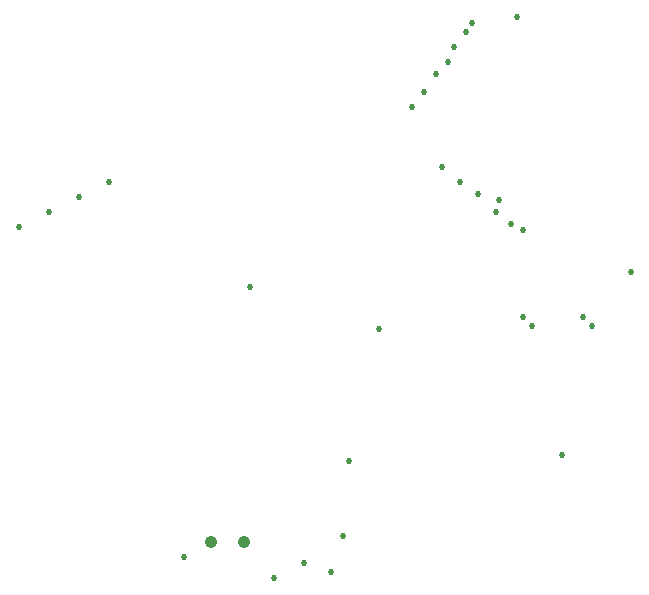
<source format=gbr>
G04 EAGLE Gerber RS-274X export*
G75*
%MOMM*%
%FSLAX34Y34*%
%LPD*%
%INVias*%
%IPPOS*%
%AMOC8*
5,1,8,0,0,1.08239X$1,22.5*%
G01*
%ADD10C,1.050000*%
%ADD11C,0.525000*%


D10*
X226060Y68580D03*
X254000Y68580D03*
D11*
X259080Y284480D03*
X581660Y297180D03*
X337820Y73660D03*
X480060Y337820D03*
X63500Y335280D03*
X88900Y347980D03*
X114300Y360680D03*
X139700Y373380D03*
X327660Y43180D03*
X523240Y142240D03*
X490220Y332740D03*
X497840Y251460D03*
X548640Y251460D03*
X469900Y358140D03*
X490220Y259080D03*
X541020Y259080D03*
X467360Y347980D03*
X452120Y363220D03*
X436880Y373380D03*
X421640Y386080D03*
X368300Y248920D03*
X279400Y38100D03*
X304800Y50800D03*
X203200Y55880D03*
X342900Y137160D03*
X485140Y513080D03*
X447040Y508000D03*
X441960Y500380D03*
X431800Y487680D03*
X426720Y474980D03*
X416560Y464820D03*
X406400Y449580D03*
X396240Y436880D03*
M02*

</source>
